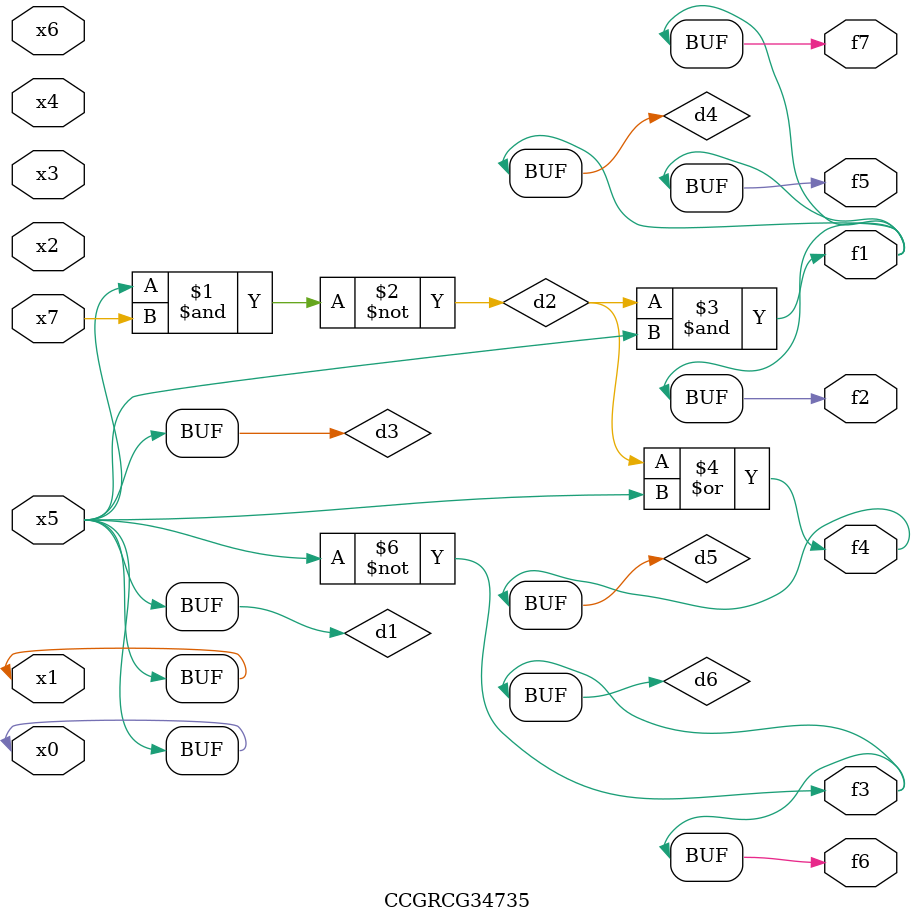
<source format=v>
module CCGRCG34735(
	input x0, x1, x2, x3, x4, x5, x6, x7,
	output f1, f2, f3, f4, f5, f6, f7
);

	wire d1, d2, d3, d4, d5, d6;

	buf (d1, x0, x5);
	nand (d2, x5, x7);
	buf (d3, x0, x1);
	and (d4, d2, d3);
	or (d5, d2, d3);
	nor (d6, d1, d3);
	assign f1 = d4;
	assign f2 = d4;
	assign f3 = d6;
	assign f4 = d5;
	assign f5 = d4;
	assign f6 = d6;
	assign f7 = d4;
endmodule

</source>
